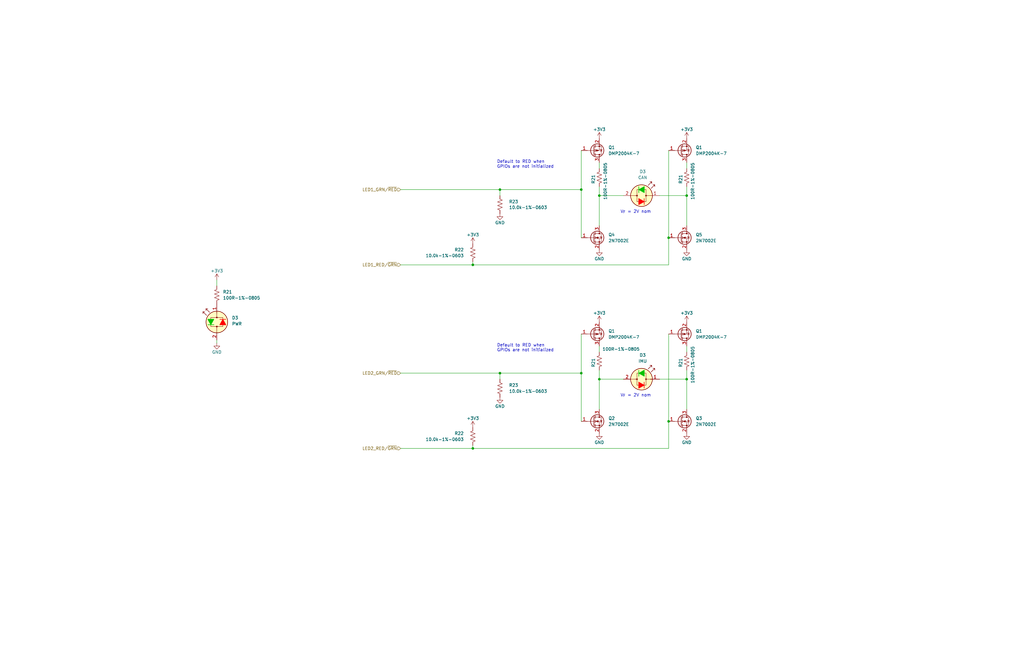
<source format=kicad_sch>
(kicad_sch (version 20230121) (generator eeschema)
  (paper "B")
  (title_block (title "IMU-2X") (date "2023-08-12") (rev "1") (company "FRC971 - Spartan Robotics"))
  (lib_symbols
    (symbol "Device:LED_Dual_Bidirectional" (pin_names (offset 0) hide)
      (property "Reference" "D3" (at 0.4953 10.16 0))
      (property "Value" "LED_Dual_Bidirectional" (at 0.4953 7.62 0))
      (symbol "LED_Dual_Bidirectional_0_1"
        (circle (center -1.905 0) (radius 0.254) (fill (type outline)))
        (polyline (pts (xy -4.572 0) (xy -2.54 0)))
        (polyline (pts (xy -2.032 0) (xy -2.54 0)))
        (polyline (pts (xy 4.064 0) (xy 2.286 0)) (fill (type outline)))
        (polyline (pts (xy 4.318 5.842) (xy 4.318 5.08)) (stroke (width 0.2032)))
        (polyline (pts (xy 5.588 4.572) (xy 5.588 3.81)) (stroke (width 0.2032)))
        (polyline (pts (xy -1.905 0) (xy -1.905 -2.54) (xy -1.27 -2.54)))
        (polyline (pts (xy -1.27 2.54) (xy -1.905 2.54) (xy -1.905 0)))
        (polyline (pts (xy 1.27 2.54) (xy 1.905 2.54) (xy 1.905 0)))
        (polyline (pts (xy 1.905 0) (xy 1.905 -2.54) (xy 1.27 -2.54)))
        (polyline (pts (xy 2.794 4.318) (xy 4.318 5.842) (xy 3.556 5.842)) (stroke (width 0.2032)))
        (polyline (pts (xy 4.064 3.048) (xy 5.588 4.572) (xy 4.826 4.572)) (stroke (width 0.2032)))
        (circle (center 0 0) (radius 4.572) (stroke (width 0.254)) (fill (type background)))
        (circle (center 1.905 0) (radius 0.254) (fill (type outline)))
      )
      (symbol "LED_Dual_Bidirectional_1_1"
        (polyline (pts (xy -1.1446 3.7728) (xy -1.1446 1.2328)) (stroke (width 0.254) (color 0 194 0 1)))
        (polyline (pts (xy 1.1205 -1.2559) (xy 1.1205 -3.7959)) (stroke (width 0.254) (color 255 0 0 1)))
        (polyline (pts (xy -1.1655 -1.2559) (xy -1.1655 -3.7959) (xy 1.1205 -2.5259) (xy -1.1655 -1.2559)) (stroke (width 0.254) (color 255 0 0 1)) (fill (type outline)))
        (polyline (pts (xy 1.1643 3.8008) (xy 1.1643 1.2608) (xy -1.1217 2.5308) (xy 1.1643 3.8008)) (stroke (width 0.254) (color 0 194 0 1)) (fill (type outline)))
        (pin input line (at 7.62 0 180) (length 3.81) (name "KA") (number "1"))
        (pin input line (at -7.62 0 0) (length 3.048) (name "AK") (number "2"))
      )
    )
    (symbol "Device:R_US" (pin_numbers hide) (pin_names (offset 0))
      (property "Reference" "R" (at 2.54 0 90))
      (property "Value" "R_US" (at -2.54 0 90))
      (symbol "R_US_0_1"
        (polyline (pts (xy 0 -2.286) (xy 0 -2.54)))
        (polyline (pts (xy 0 2.286) (xy 0 2.54)))
        (polyline (pts (xy 0 -0.762) (xy 1.016 -1.143) (xy 0 -1.524) (xy -1.016 -1.905) (xy 0 -2.286)))
        (polyline (pts (xy 0 0.762) (xy 1.016 0.381) (xy 0 0) (xy -1.016 -0.381) (xy 0 -0.762)))
        (polyline (pts (xy 0 2.286) (xy 1.016 1.905) (xy 0 1.524) (xy -1.016 1.143) (xy 0 0.762)))
      )
      (symbol "R_US_1_1"
        (pin passive line (at 0 3.81 270) (length 1.27) (name "~") (number "1"))
        (pin passive line (at 0 -3.81 90) (length 1.27) (name "~") (number "2"))
      )
    )
    (symbol "Transistor_FET:2N7002E" (pin_names hide)
      (property "Reference" "Q" (at 5.08 1.905 0))
      (property "Value" "2N7002E" (at 5.08 0 0))
      (symbol "2N7002E_0_1"
        (polyline (pts (xy 0.254 0) (xy -2.54 0)))
        (polyline (pts (xy 0.254 1.905) (xy 0.254 -1.905)) (stroke (width 0.254)))
        (polyline (pts (xy 0.762 -1.27) (xy 0.762 -2.286)) (stroke (width 0.254)))
        (polyline (pts (xy 0.762 0.508) (xy 0.762 -0.508)) (stroke (width 0.254)))
        (polyline (pts (xy 0.762 2.286) (xy 0.762 1.27)) (stroke (width 0.254)))
        (polyline (pts (xy 2.54 2.54) (xy 2.54 1.778)))
        (polyline (pts (xy 2.54 -2.54) (xy 2.54 0) (xy 0.762 0)))
        (polyline (pts (xy 0.762 -1.778) (xy 3.302 -1.778) (xy 3.302 1.778) (xy 0.762 1.778)))
        (polyline (pts (xy 1.016 0) (xy 2.032 0.381) (xy 2.032 -0.381) (xy 1.016 0)) (fill (type outline)))
        (polyline (pts (xy 2.794 0.508) (xy 2.921 0.381) (xy 3.683 0.381) (xy 3.81 0.254)))
        (polyline (pts (xy 3.302 0.381) (xy 2.921 -0.254) (xy 3.683 -0.254) (xy 3.302 0.381)))
        (circle (center 1.651 0) (radius 2.794) (stroke (width 0.254)))
        (circle (center 2.54 -1.778) (radius 0.254) (fill (type outline)))
        (circle (center 2.54 1.778) (radius 0.254) (fill (type outline)))
      )
      (symbol "2N7002E_1_1"
        (pin input line (at -5.08 0 0) (length 2.54) (name "G") (number "1"))
        (pin passive line (at 2.54 -5.08 90) (length 2.54) (name "S") (number "2"))
        (pin passive line (at 2.54 5.08 270) (length 2.54) (name "D") (number "3"))
      )
    )
    (symbol "Transistor_FET:BSS84" (pin_names hide)
      (property "Reference" "Q" (at 5.08 1.905 0))
      (property "Value" "BSS84" (at 5.08 0 0))
      (symbol "BSS84_0_1"
        (polyline (pts (xy 0.254 0) (xy -2.54 0)))
        (polyline (pts (xy 0.254 1.905) (xy 0.254 -1.905)) (stroke (width 0.254)))
        (polyline (pts (xy 0.762 -1.27) (xy 0.762 -2.286)) (stroke (width 0.254)))
        (polyline (pts (xy 0.762 0.508) (xy 0.762 -0.508)) (stroke (width 0.254)))
        (polyline (pts (xy 0.762 2.286) (xy 0.762 1.27)) (stroke (width 0.254)))
        (polyline (pts (xy 2.54 2.54) (xy 2.54 1.778)))
        (polyline (pts (xy 2.54 -2.54) (xy 2.54 0) (xy 0.762 0)))
        (polyline (pts (xy 0.762 1.778) (xy 3.302 1.778) (xy 3.302 -1.778) (xy 0.762 -1.778)))
        (polyline (pts (xy 2.286 0) (xy 1.27 0.381) (xy 1.27 -0.381) (xy 2.286 0)) (fill (type outline)))
        (polyline (pts (xy 2.794 -0.508) (xy 2.921 -0.381) (xy 3.683 -0.381) (xy 3.81 -0.254)))
        (polyline (pts (xy 3.302 -0.381) (xy 2.921 0.254) (xy 3.683 0.254) (xy 3.302 -0.381)))
        (circle (center 1.651 0) (radius 2.794) (stroke (width 0.254)))
        (circle (center 2.54 -1.778) (radius 0.254) (fill (type outline)))
        (circle (center 2.54 1.778) (radius 0.254) (fill (type outline)))
      )
      (symbol "BSS84_1_1"
        (pin input line (at -5.08 0 0) (length 2.54) (name "G") (number "1"))
        (pin passive line (at 2.54 -5.08 90) (length 2.54) (name "S") (number "2"))
        (pin passive line (at 2.54 5.08 270) (length 2.54) (name "D") (number "3"))
      )
    )
    (symbol "power:+3V3" (power) (pin_names (offset 0))
      (property "Value" "+3V3" (at 0 3.556 0))
      (symbol "+3V3_0_1"
        (polyline (pts (xy -0.762 1.27) (xy 0 2.54)))
        (polyline (pts (xy 0 0) (xy 0 2.54)))
        (polyline (pts (xy 0 2.54) (xy 0.762 1.27)))
      )
      (symbol "+3V3_1_1"
        (pin power_in line (at 0 0 90) (length 0) hide (name "+3V3") (number "1"))
      )
    )
    (symbol "power:GND" (power) (pin_names (offset 0))
      (property "Value" "GND" (at 0 -3.81 0))
      (symbol "GND_0_1"
        (polyline (pts (xy 0 0) (xy 0 -1.27) (xy 1.27 -1.27) (xy 0 -2.54) (xy -1.27 -1.27) (xy 0 -1.27)))
      )
      (symbol "GND_1_1"
        (pin power_in line (at 0 0 270) (length 0) hide (name "GND") (number "1"))
      )
    )
  )
  (junction (at 245.11 80.01))
  (junction (at 289.56 160.02))
  (junction (at 281.94 177.8))
  (junction (at 289.56 82.55))
  (junction (at 281.94 100.33))
  (junction (at 210.82 157.48))
  (junction (at 252.73 82.55))
  (junction (at 199.39 189.23))
  (junction (at 252.73 160.02))
  (junction (at 199.39 111.76))
  (junction (at 210.82 80.01))
  (junction (at 245.11 157.48))
  (wire (pts (xy 281.94 100.33) (xy 281.94 111.76)))
  (wire (pts (xy 289.56 156.21) (xy 289.56 160.02)))
  (wire (pts (xy 210.82 157.48) (xy 245.11 157.48)))
  (wire (pts (xy 91.44 144.78) (xy 91.44 143.51)))
  (wire (pts (xy 289.56 78.74) (xy 289.56 82.55)))
  (wire (pts (xy 281.94 63.5) (xy 281.94 100.33)))
  (wire (pts (xy 289.56 160.02) (xy 289.56 172.72)))
  (wire (pts (xy 289.56 146.05) (xy 289.56 148.59)))
  (wire (pts (xy 278.13 82.55) (xy 289.56 82.55)))
  (wire (pts (xy 252.73 156.21) (xy 252.73 160.02)))
  (wire (pts (xy 252.73 82.55) (xy 262.89 82.55)))
  (wire (pts (xy 210.82 80.01) (xy 210.82 82.55)))
  (wire (pts (xy 278.13 160.02) (xy 289.56 160.02)))
  (wire (pts (xy 245.11 100.33) (xy 245.11 80.01)))
  (wire (pts (xy 281.94 140.97) (xy 281.94 177.8)))
  (wire (pts (xy 252.73 146.05) (xy 252.73 148.59)))
  (wire (pts (xy 210.82 157.48) (xy 210.82 160.02)))
  (wire (pts (xy 91.44 118.11) (xy 91.44 120.65)))
  (wire (pts (xy 252.73 160.02) (xy 252.73 172.72)))
  (wire (pts (xy 281.94 177.8) (xy 281.94 189.23)))
  (wire (pts (xy 289.56 68.58) (xy 289.56 71.12)))
  (wire (pts (xy 252.73 78.74) (xy 252.73 82.55)))
  (wire (pts (xy 245.11 63.5) (xy 245.11 80.01)))
  (wire (pts (xy 289.56 82.55) (xy 289.56 95.25)))
  (wire (pts (xy 168.91 111.76) (xy 199.39 111.76)))
  (wire (pts (xy 168.91 80.01) (xy 210.82 80.01)))
  (wire (pts (xy 199.39 189.23) (xy 281.94 189.23)))
  (wire (pts (xy 252.73 82.55) (xy 252.73 95.25)))
  (wire (pts (xy 168.91 157.48) (xy 210.82 157.48)))
  (wire (pts (xy 210.82 80.01) (xy 245.11 80.01)))
  (wire (pts (xy 252.73 68.58) (xy 252.73 71.12)))
  (wire (pts (xy 168.91 189.23) (xy 199.39 189.23)))
  (wire (pts (xy 245.11 177.8) (xy 245.11 157.48)))
  (wire (pts (xy 199.39 187.96) (xy 199.39 189.23)))
  (wire (pts (xy 199.39 111.76) (xy 199.39 110.49)))
  (wire (pts (xy 252.73 160.02) (xy 262.89 160.02)))
  (wire (pts (xy 199.39 111.76) (xy 281.94 111.76)))
  (wire (pts (xy 245.11 140.97) (xy 245.11 157.48)))
  (text "Default to RED when \nGPIOs are not initialized" (at 209.55 148.59 0) (effects (font (size 1.27 1.27)) (justify left bottom)))
  (text "Default to RED when \nGPIOs are not initialized" (at 209.55 71.12 0) (effects (font (size 1.27 1.27)) (justify left bottom)))
  (text "V_{F} = 2V nom" (at 261.62 167.64 0) (effects (font (size 1.27 1.27)) (justify left bottom)))
  (text "V_{F} = 2V nom" (at 261.62 90.17 0) (effects (font (size 1.27 1.27)) (justify left bottom)))
  (hierarchical_label "LED1_RED{slash}~{GRN}" (shape input) (at 168.91 111.76 180))
  (hierarchical_label "LED2_RED{slash}~{GRN}" (shape input) (at 168.91 189.23 180))
  (hierarchical_label "LED1_GRN{slash}~{RED}" (shape input) (at 168.91 80.01 180))
  (hierarchical_label "LED2_GRN{slash}~{RED}" (shape input) (at 168.91 157.48 180))
  (symbol (lib_id "Transistor_FET:BSS84") (at 287.02 140.97 0) (mirror x) (unit 1)
    (property "Reference" "Q1" (at 293.37 139.7 0) (effects (justify left)))
    (property "Value" "DMP2004K-7" (at 293.37 142.24 0) (effects (justify left)))
    (property "Footprint" "Package_TO_SOT_SMD:SOT-23" (effects hide))
    (property "Datasheet" "Components/DiodesInc-DMP2004K.pdf" (effects hide))
    (property "MFG" "Diodes Inc" (effects hide))
    (property "MFG P/N" "DMP2004K-7" (effects hide))
    (property "DIST" "Digikey" (effects hide))
    (property "DIST P/N" "DMP2004KDICT-ND" (effects hide))
    (instances (project "IMU-2X" (path "" (reference "Q1") (unit 1)) (path "" (reference "Q9") (unit 1))))
  )
  (symbol (lib_id "power:+3V3") (at 199.39 102.87 0) (unit 1)
    (property "Reference" "#PWR071" (effects hide))
    (property "Value" "+3V3" (at 199.39 99.06 0))
    (instances (project "IMU-2X" (path "" (reference "#PWR071") (unit 1)) (path "" (reference "#PWR069") (unit 1))))
  )
  (symbol (lib_id "Device:R_US") (at 199.39 184.15 0) (mirror y) (unit 1)
    (property "Reference" "R22" (at 195.58 182.88 0) (effects (justify left)))
    (property "Value" "10.0k-1%-0603" (at 195.58 185.42 0) (effects (justify left)))
    (property "Footprint" "Resistor_SMD:R_0603_1608Metric" (effects hide))
    (property "Datasheet" "Components/Yageo-PYu-RC_Group_51_RoHS_L_12.pdf" (effects hide))
    (property "DIST" "Digikey" (effects hide))
    (property "DIST P/N" "YAG1290CT-ND" (effects hide))
    (property "MFG" "Yageo" (effects hide))
    (property "MFG P/N" "RC0603FR-0710KP" (effects hide))
    (instances (project "IMU-2X" (path "" (reference "R22") (unit 1)) (path "" (reference "R23") (unit 1))))
  )
  (symbol (lib_id "power:+3V3") (at 252.73 135.89 0) (unit 1)
    (property "Reference" "#PWR073" (effects hide))
    (property "Value" "+3V3" (at 252.73 132.08 0))
    (instances (project "IMU-2X" (path "" (reference "#PWR073") (unit 1)) (path "" (reference "#PWR071") (unit 1))))
  )
  (symbol (lib_id "Device:R_US") (at 210.82 86.36 0) (unit 1)
    (property "Reference" "R23" (at 214.63 85.09 0) (effects (justify left)))
    (property "Value" "10.0k-1%-0603" (at 214.63 87.5438 0) (effects (justify left)))
    (property "Footprint" "Resistor_SMD:R_0603_1608Metric" (effects hide))
    (property "Datasheet" "Components/Yageo-PYu-RC_Group_51_RoHS_L_12.pdf" (effects hide))
    (property "DIST" "Digikey" (effects hide))
    (property "DIST P/N" "YAG1290CT-ND" (effects hide))
    (property "MFG" "Yageo" (effects hide))
    (property "MFG P/N" "RC0603FR-0710KP" (effects hide))
    (instances (project "IMU-2X" (path "" (reference "R23") (unit 1)) (path "" (reference "R24") (unit 1))))
  )
  (symbol (lib_id "power:GND") (at 289.56 182.88 0) (unit 1)
    (property "Reference" "#PWR072" (effects hide))
    (property "Value" "GND" (at 289.56 186.69 0))
    (instances (project "IMU-2X" (path "" (reference "#PWR072") (unit 1)) (path "" (reference "#PWR077") (unit 1))))
  )
  (symbol (lib_id "Device:LED_Dual_Bidirectional") (at 270.51 82.55 0) (unit 1)
    (property "Reference" "D3" (at 271.0053 72.39 0))
    (property "Value" "CAN" (at 271.0053 74.93 0))
    (property "Footprint" "LED_SMD:LED_1206_3216Metric" (effects hide))
    (property "Datasheet" "Components/SUN-LED-XZMDKVG55W-4.pdf" (effects hide))
    (property "MFG" "SUN LED" (effects hide))
    (property "MFG P/N" "XZMDKVG55W-4" (effects hide))
    (property "DIST" "Digikey" (effects hide))
    (property "DIST P/N" "1497-1314-1-ND" (effects hide))
  )
  (symbol (lib_id "Device:R_US") (at 289.56 152.4 0) (mirror x) (unit 1)
    (property "Reference" "R21" (at 287.02 151.13 90) (effects (justify left)))
    (property "Value" "100R-1%-0805" (at 292.1 146.05 90) (effects (justify left)))
    (property "Footprint" "Resistor_SMD:R_0805_2012Metric" (effects hide))
    (property "Datasheet" "Components/Yageo-PYu-RC_Group_51_RoHS_L_12.pdf" (effects hide))
    (property "DIST" "Digikey" (effects hide))
    (property "DIST P/N" "311-100CRCT-ND" (effects hide))
    (property "MFG" "Yageo" (effects hide))
    (property "MFG P/N" "RC0805FR-07100RL" (effects hide))
    (instances (project "IMU-2X" (path "" (reference "R21") (unit 1)) (path "" (reference "R11") (unit 1))))
  )
  (symbol (lib_id "Device:R_US") (at 199.39 106.68 0) (mirror y) (unit 1)
    (property "Reference" "R22" (at 195.58 105.41 0) (effects (justify left)))
    (property "Value" "10.0k-1%-0603" (at 195.58 107.8638 0) (effects (justify left)))
    (property "Footprint" "Resistor_SMD:R_0603_1608Metric" (effects hide))
    (property "Datasheet" "Components/Yageo-PYu-RC_Group_51_RoHS_L_12.pdf" (effects hide))
    (property "DIST" "Digikey" (effects hide))
    (property "DIST P/N" "YAG1290CT-ND" (effects hide))
    (property "MFG" "Yageo" (effects hide))
    (property "MFG P/N" "RC0603FR-0710KP" (effects hide))
    (instances (project "IMU-2X" (path "" (reference "R22") (unit 1)) (path "" (reference "R25") (unit 1))))
  )
  (symbol (lib_id "Transistor_FET:2N7002E") (at 287.02 100.33 0) (unit 1)
    (property "Reference" "Q5" (at 293.37 99.06 0) (effects (justify left)))
    (property "Value" "2N7002E" (at 293.37 101.6 0) (effects (justify left)))
    (property "Footprint" "Package_TO_SOT_SMD:SOT-23" (effects hide))
    (property "Datasheet" "Components/onsemi-2N7002E-D.pdf" (effects hide))
    (property "MFG" "onsemi" (effects hide))
    (property "MFG P/N" "2N7002ET1G" (effects hide))
    (property "DIST" "Digikey" (effects hide))
    (property "DIST P/N" "2N7002ET1GOSCT-ND" (effects hide))
  )
  (symbol (lib_id "power:GND") (at 91.44 144.78 0) (unit 1)
    (property "Reference" "#PWR072" (effects hide))
    (property "Value" "GND" (at 91.44 148.59 0))
    (instances (project "IMU-2X" (path "" (reference "#PWR072") (unit 1)) (path "" (reference "#PWR083") (unit 1))))
  )
  (symbol (lib_id "power:+3V3") (at 289.56 58.42 0) (unit 1)
    (property "Reference" "#PWR073" (effects hide))
    (property "Value" "+3V3" (at 289.56 54.61 0))
    (instances (project "IMU-2X" (path "" (reference "#PWR073") (unit 1)) (path "" (reference "#PWR080") (unit 1))))
  )
  (symbol (lib_id "Transistor_FET:2N7002E") (at 250.19 100.33 0) (unit 1)
    (property "Reference" "Q4" (at 256.54 99.06 0) (effects (justify left)))
    (property "Value" "2N7002E" (at 256.54 101.6 0) (effects (justify left)))
    (property "Footprint" "Package_TO_SOT_SMD:SOT-23" (effects hide))
    (property "Datasheet" "Components/onsemi-2N7002E-D.pdf" (effects hide))
    (property "MFG" "onsemi" (effects hide))
    (property "MFG P/N" "2N7002ET1G" (effects hide))
    (property "DIST" "Digikey" (effects hide))
    (property "DIST P/N" "2N7002ET1GOSCT-ND" (effects hide))
  )
  (symbol (lib_id "Device:R_US") (at 252.73 152.4 0) (mirror x) (unit 1)
    (property "Reference" "R21" (at 250.19 151.13 90) (effects (justify left)))
    (property "Value" "100R-1%-0805" (at 254 147.32 0) (effects (justify left)))
    (property "Footprint" "Resistor_SMD:R_0805_2012Metric" (effects hide))
    (property "Datasheet" "Components/Yageo-PYu-RC_Group_51_RoHS_L_12.pdf" (effects hide))
    (property "DIST" "Digikey" (effects hide))
    (property "DIST P/N" "311-100CRCT-ND" (effects hide))
    (property "MFG" "Yageo" (effects hide))
    (property "MFG P/N" "RC0805FR-07100RL" (effects hide))
    (instances (project "IMU-2X" (path "" (reference "R21") (unit 1)) (path "" (reference "R12") (unit 1))))
  )
  (symbol (lib_id "power:GND") (at 289.56 105.41 0) (unit 1)
    (property "Reference" "#PWR072" (effects hide))
    (property "Value" "GND" (at 289.56 109.22 0))
    (instances (project "IMU-2X" (path "" (reference "#PWR072") (unit 1)) (path "" (reference "#PWR04") (unit 1))))
  )
  (symbol (lib_id "power:GND") (at 252.73 182.88 0) (unit 1)
    (property "Reference" "#PWR072" (effects hide))
    (property "Value" "GND" (at 252.73 186.69 0))
  )
  (symbol (lib_id "Device:R_US") (at 91.44 124.46 0) (mirror x) (unit 1)
    (property "Reference" "R21" (at 93.98 123.19 0) (effects (justify left)))
    (property "Value" "100R-1%-0805" (at 93.98 125.73 0) (effects (justify left)))
    (property "Footprint" "Resistor_SMD:R_0805_2012Metric" (effects hide))
    (property "Datasheet" "Components/Yageo-PYu-RC_Group_51_RoHS_L_12.pdf" (effects hide))
    (property "DIST" "Digikey" (effects hide))
    (property "DIST P/N" "311-100CRCT-ND" (effects hide))
    (property "MFG" "Yageo" (effects hide))
    (property "MFG P/N" "RC0805FR-07100RL" (effects hide))
    (instances (project "IMU-2X" (path "" (reference "R21") (unit 1)) (path "" (reference "R26") (unit 1))))
  )
  (symbol (lib_id "Device:R_US") (at 210.82 163.83 0) (unit 1)
    (property "Reference" "R23" (at 214.63 162.56 0) (effects (justify left)))
    (property "Value" "10.0k-1%-0603" (at 214.63 165.1 0) (effects (justify left)))
    (property "Footprint" "Resistor_SMD:R_0603_1608Metric" (effects hide))
    (property "Datasheet" "Components/Yageo-PYu-RC_Group_51_RoHS_L_12.pdf" (effects hide))
    (property "DIST" "Digikey" (effects hide))
    (property "DIST P/N" "YAG1290CT-ND" (effects hide))
    (property "MFG" "Yageo" (effects hide))
    (property "MFG P/N" "RC0603FR-0710KP" (effects hide))
    (instances (project "IMU-2X" (path "" (reference "R23") (unit 1)) (path "" (reference "R22") (unit 1))))
  )
  (symbol (lib_id "Device:R_US") (at 252.73 74.93 0) (mirror x) (unit 1)
    (property "Reference" "R21" (at 250.19 73.66 90) (effects (justify left)))
    (property "Value" "100R-1%-0805" (at 255.27 68.58 90) (effects (justify left)))
    (property "Footprint" "Resistor_SMD:R_0805_2012Metric" (effects hide))
    (property "Datasheet" "Components/Yageo-PYu-RC_Group_51_RoHS_L_12.pdf" (effects hide))
    (property "DIST" "Digikey" (effects hide))
    (property "DIST P/N" "311-100CRCT-ND" (effects hide))
    (property "MFG" "Yageo" (effects hide))
    (property "MFG P/N" "RC0805FR-07100RL" (effects hide))
    (instances (project "IMU-2X" (path "" (reference "R21") (unit 1)) (path "" (reference "R10") (unit 1))))
  )
  (symbol (lib_id "power:+3V3") (at 289.56 135.89 0) (unit 1)
    (property "Reference" "#PWR073" (effects hide))
    (property "Value" "+3V3" (at 289.56 132.08 0))
    (instances (project "IMU-2X" (path "" (reference "#PWR073") (unit 1)) (path "" (reference "#PWR076") (unit 1))))
  )
  (symbol (lib_id "power:+3V3") (at 91.44 118.11 0) (unit 1)
    (property "Reference" "#PWR073" (effects hide))
    (property "Value" "+3V3" (at 91.44 114.3 0))
    (instances (project "IMU-2X" (path "" (reference "#PWR073") (unit 1)) (path "" (reference "#PWR082") (unit 1))))
  )
  (symbol (lib_id "Transistor_FET:BSS84") (at 250.19 140.97 0) (mirror x) (unit 1)
    (property "Reference" "Q1" (at 256.54 139.7 0) (effects (justify left)))
    (property "Value" "DMP2004K-7" (at 256.54 142.24 0) (effects (justify left)))
    (property "Footprint" "Package_TO_SOT_SMD:SOT-23" (effects hide))
    (property "Datasheet" "Components/DiodesInc-DMP2004K.pdf" (effects hide))
    (property "MFG" "Diodes Inc" (effects hide))
    (property "MFG P/N" "DMP2004K-7" (effects hide))
    (property "DIST" "Digikey" (effects hide))
    (property "DIST P/N" "DMP2004KDICT-ND" (effects hide))
    (instances (project "IMU-2X" (path "" (reference "Q1") (unit 1)) (path "" (reference "Q8") (unit 1))))
  )
  (symbol (lib_id "power:+3V3") (at 252.73 58.42 0) (unit 1)
    (property "Reference" "#PWR073" (effects hide))
    (property "Value" "+3V3" (at 252.73 54.61 0))
    (instances (project "IMU-2X" (path "" (reference "#PWR073") (unit 1)) (path "" (reference "#PWR079") (unit 1))))
  )
  (symbol (lib_id "Device:LED_Dual_Bidirectional") (at 270.51 160.02 0) (unit 1)
    (property "Reference" "D3" (at 271.0053 149.86 0))
    (property "Value" "IMU" (at 271.0053 152.4 0))
    (property "Footprint" "LED_SMD:LED_1206_3216Metric" (effects hide))
    (property "Datasheet" "Components/SUN-LED-XZMDKVG55W-4.pdf" (effects hide))
    (property "MFG" "SUN LED" (effects hide))
    (property "MFG P/N" "XZMDKVG55W-4" (effects hide))
    (property "DIST" "Digikey" (effects hide))
    (property "DIST P/N" "1497-1314-1-ND" (effects hide))
    (instances (project "IMU-2X" (path "" (reference "D3") (unit 1)) (path "" (reference "D4") (unit 1))))
  )
  (symbol (lib_id "power:GND") (at 210.82 167.64 0) (unit 1)
    (property "Reference" "#PWR070" (effects hide))
    (property "Value" "GND" (at 210.82 171.45 0))
    (instances (project "IMU-2X" (path "" (reference "#PWR070") (unit 1)) (path "" (reference "#PWR075") (unit 1))))
  )
  (symbol (lib_id "Device:R_US") (at 289.56 74.93 0) (mirror x) (unit 1)
    (property "Reference" "R21" (at 287.02 73.66 90) (effects (justify left)))
    (property "Value" "100R-1%-0805" (at 292.1 68.58 90) (effects (justify left)))
    (property "Footprint" "Resistor_SMD:R_0805_2012Metric" (effects hide))
    (property "Datasheet" "Components/Yageo-PYu-RC_Group_51_RoHS_L_12.pdf" (effects hide))
    (property "DIST" "Digikey" (effects hide))
    (property "DIST P/N" "311-100CRCT-ND" (effects hide))
    (property "MFG" "Yageo" (effects hide))
    (property "MFG P/N" "RC0805FR-07100RL" (effects hide))
    (instances (project "IMU-2X" (path "" (reference "R21") (unit 1)) (path "" (reference "R9") (unit 1))))
  )
  (symbol (lib_id "Device:LED_Dual_Bidirectional") (at 91.44 135.89 90) (unit 1)
    (property "Reference" "D3" (at 97.79 134.1247 90) (effects (justify right)))
    (property "Value" "PWR" (at 97.79 136.6647 90) (effects (justify right)))
    (property "Footprint" "LED_SMD:LED_1206_3216Metric" (effects hide))
    (property "Datasheet" "Components/SUN-LED-XZMDKVG55W-4.pdf" (effects hide))
    (property "MFG" "SUN LED" (effects hide))
    (property "MFG P/N" "XZMDKVG55W-4" (effects hide))
    (property "DIST" "Digikey" (effects hide))
    (property "DIST P/N" "1497-1314-1-ND" (effects hide))
    (instances (project "IMU-2X" (path "" (reference "D3") (unit 1)) (path "" (reference "D5") (unit 1))))
  )
  (symbol (lib_id "power:GND") (at 252.73 105.41 0) (unit 1)
    (property "Reference" "#PWR072" (effects hide))
    (property "Value" "GND" (at 252.73 109.22 0))
    (instances (project "IMU-2X" (path "" (reference "#PWR072") (unit 1)) (path "" (reference "#PWR03") (unit 1))))
  )
  (symbol (lib_id "Transistor_FET:2N7002E") (at 250.19 177.8 0) (unit 1)
    (property "Reference" "Q2" (at 256.54 176.53 0) (effects (justify left)))
    (property "Value" "2N7002E" (at 256.54 179.07 0) (effects (justify left)))
    (property "Footprint" "Package_TO_SOT_SMD:SOT-23" (effects hide))
    (property "Datasheet" "Components/onsemi-2N7002E-D.pdf" (effects hide))
    (property "MFG" "onsemi" (effects hide))
    (property "MFG P/N" "2N7002ET1G" (effects hide))
    (property "DIST" "Digikey" (effects hide))
    (property "DIST P/N" "2N7002ET1GOSCT-ND" (effects hide))
  )
  (symbol (lib_id "Transistor_FET:BSS84") (at 250.19 63.5 0) (mirror x) (unit 1)
    (property "Reference" "Q1" (at 256.54 62.23 0) (effects (justify left)))
    (property "Value" "DMP2004K-7" (at 256.54 64.77 0) (effects (justify left)))
    (property "Footprint" "Package_TO_SOT_SMD:SOT-23" (effects hide))
    (property "Datasheet" "Components/DiodesInc-DMP2004K.pdf" (effects hide))
    (property "MFG" "Diodes Inc" (effects hide))
    (property "MFG P/N" "DMP2004K-7" (effects hide))
    (property "DIST" "Digikey" (effects hide))
    (property "DIST P/N" "DMP2004KDICT-ND" (effects hide))
    (instances (project "IMU-2X" (path "" (reference "Q1") (unit 1)) (path "" (reference "Q6") (unit 1))))
  )
  (symbol (lib_id "power:+3V3") (at 199.39 180.34 0) (unit 1)
    (property "Reference" "#PWR071" (effects hide))
    (property "Value" "+3V3" (at 199.39 176.53 0))
    (instances (project "IMU-2X" (path "" (reference "#PWR071") (unit 1)) (path "" (reference "#PWR073") (unit 1))))
  )
  (symbol (lib_id "Transistor_FET:BSS84") (at 287.02 63.5 0) (mirror x) (unit 1)
    (property "Reference" "Q1" (at 293.37 62.23 0) (effects (justify left)))
    (property "Value" "DMP2004K-7" (at 293.37 64.77 0) (effects (justify left)))
    (property "Footprint" "Package_TO_SOT_SMD:SOT-23" (effects hide))
    (property "Datasheet" "Components/DiodesInc-DMP2004K.pdf" (effects hide))
    (property "MFG" "Diodes Inc" (effects hide))
    (property "MFG P/N" "DMP2004K-7" (effects hide))
    (property "DIST" "Digikey" (effects hide))
    (property "DIST P/N" "DMP2004KDICT-ND" (effects hide))
    (instances (project "IMU-2X" (path "" (reference "Q1") (unit 1)) (path "" (reference "Q7") (unit 1))))
  )
  (symbol (lib_id "Transistor_FET:2N7002E") (at 287.02 177.8 0) (unit 1)
    (property "Reference" "Q3" (at 293.37 176.53 0) (effects (justify left)))
    (property "Value" "2N7002E" (at 293.37 179.07 0) (effects (justify left)))
    (property "Footprint" "Package_TO_SOT_SMD:SOT-23" (effects hide))
    (property "Datasheet" "Components/onsemi-2N7002E-D.pdf" (effects hide))
    (property "MFG" "onsemi" (effects hide))
    (property "MFG P/N" "2N7002ET1G" (effects hide))
    (property "DIST" "Digikey" (effects hide))
    (property "DIST P/N" "2N7002ET1GOSCT-ND" (effects hide))
  )
  (symbol (lib_id "power:GND") (at 210.82 90.17 0) (unit 1)
    (property "Reference" "#PWR070" (effects hide))
    (property "Value" "GND" (at 210.82 93.98 0))
  )
)
</source>
